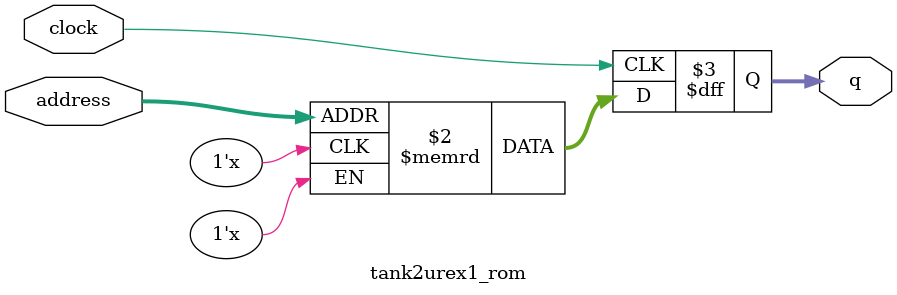
<source format=sv>
module tank2urex1_rom (
	input logic clock,
	input logic [9:0] address,
	output logic [3:0] q
);

logic [3:0] memory [0:1023] /* synthesis ram_init_file = "./tank2urex1/tank2urex1.mif" */;

always_ff @ (posedge clock) begin
	q <= memory[address];
end

endmodule

</source>
